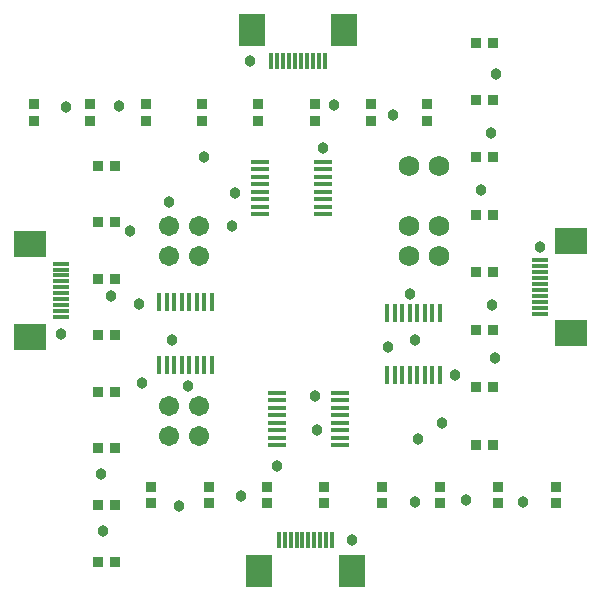
<source format=gts>
G04*
G04 #@! TF.GenerationSoftware,Altium Limited,Altium Designer,19.0.10 (269)*
G04*
G04 Layer_Color=8388736*
%FSLAX43Y43*%
%MOMM*%
G71*
G01*
G75*
%ADD13R,1.600X0.356*%
%ADD20R,0.356X1.600*%
%ADD21R,0.965X0.965*%
%ADD22R,2.703X2.203*%
%ADD23R,1.370X0.400*%
%ADD24R,2.203X2.703*%
%ADD25R,0.400X1.370*%
%ADD26R,0.965X0.965*%
%ADD27C,1.703*%
%ADD28C,1.727*%
%ADD29C,0.965*%
D13*
X21476Y36894D02*
D03*
Y36258D02*
D03*
Y35624D02*
D03*
Y34988D02*
D03*
Y34354D02*
D03*
Y33718D02*
D03*
Y33083D02*
D03*
Y32449D02*
D03*
X26784D02*
D03*
Y33083D02*
D03*
Y33718D02*
D03*
Y34354D02*
D03*
Y34988D02*
D03*
Y35624D02*
D03*
Y36258D02*
D03*
Y36894D02*
D03*
X28204Y12891D02*
D03*
Y13526D02*
D03*
Y14160D02*
D03*
Y14795D02*
D03*
Y15431D02*
D03*
Y16066D02*
D03*
Y16701D02*
D03*
Y17336D02*
D03*
X22896D02*
D03*
Y16701D02*
D03*
Y16066D02*
D03*
Y15431D02*
D03*
Y14795D02*
D03*
Y14160D02*
D03*
Y13526D02*
D03*
Y12891D02*
D03*
D20*
X12891Y19698D02*
D03*
X13526D02*
D03*
X14160D02*
D03*
X14795D02*
D03*
X15431D02*
D03*
X16066D02*
D03*
X16701D02*
D03*
X17336D02*
D03*
Y25006D02*
D03*
X16701D02*
D03*
X16066D02*
D03*
X15431D02*
D03*
X14795D02*
D03*
X14160D02*
D03*
X13526D02*
D03*
X12891D02*
D03*
X36639Y24117D02*
D03*
X36005D02*
D03*
X35369D02*
D03*
X34735D02*
D03*
X34099D02*
D03*
X33465D02*
D03*
X32829D02*
D03*
X32194D02*
D03*
Y18809D02*
D03*
X32829D02*
D03*
X33465D02*
D03*
X34099D02*
D03*
X34735D02*
D03*
X35369D02*
D03*
X36005D02*
D03*
X36639D02*
D03*
D21*
X7747Y36576D02*
D03*
X9144D02*
D03*
X7747Y31786D02*
D03*
X9144D02*
D03*
X7747Y26997D02*
D03*
X9144D02*
D03*
X7747Y22207D02*
D03*
X9144D02*
D03*
X7747Y12627D02*
D03*
X9144D02*
D03*
X7747Y17417D02*
D03*
X9144D02*
D03*
X7747Y7838D02*
D03*
X9144D02*
D03*
X7747Y3048D02*
D03*
X9144D02*
D03*
X41148Y46990D02*
D03*
X39751D02*
D03*
X41148Y42128D02*
D03*
X39751D02*
D03*
X41148Y37265D02*
D03*
X39751D02*
D03*
X41148Y32403D02*
D03*
X39751D02*
D03*
X41148Y27541D02*
D03*
X39751D02*
D03*
X41148Y22679D02*
D03*
X39751D02*
D03*
X41148Y17816D02*
D03*
X39751D02*
D03*
X41148Y12954D02*
D03*
X39751D02*
D03*
D22*
X1996Y22090D02*
D03*
X1986Y29950D02*
D03*
X47752Y30226D02*
D03*
X47762Y22366D02*
D03*
D23*
X4572Y23773D02*
D03*
Y24273D02*
D03*
Y24773D02*
D03*
Y25273D02*
D03*
Y25773D02*
D03*
Y26273D02*
D03*
Y26773D02*
D03*
Y27273D02*
D03*
Y27773D02*
D03*
Y28273D02*
D03*
X45176Y28543D02*
D03*
Y28043D02*
D03*
Y27543D02*
D03*
Y27043D02*
D03*
Y26543D02*
D03*
Y26043D02*
D03*
Y25543D02*
D03*
Y25043D02*
D03*
Y24543D02*
D03*
Y24043D02*
D03*
D24*
X20725Y48042D02*
D03*
X28585Y48052D02*
D03*
X29210Y2286D02*
D03*
X21350Y2276D02*
D03*
D25*
X22408Y45466D02*
D03*
X22908D02*
D03*
X23408D02*
D03*
X23908D02*
D03*
X24408D02*
D03*
X24908D02*
D03*
X25408D02*
D03*
X25908D02*
D03*
X26408D02*
D03*
X26908D02*
D03*
X27527Y4862D02*
D03*
X27027D02*
D03*
X26527D02*
D03*
X26027D02*
D03*
X25527D02*
D03*
X25027D02*
D03*
X24527D02*
D03*
X24027D02*
D03*
X23527D02*
D03*
X23027D02*
D03*
D26*
X2286Y41783D02*
D03*
Y40386D02*
D03*
X7039Y41783D02*
D03*
Y40386D02*
D03*
X11793Y41783D02*
D03*
Y40386D02*
D03*
X16546Y41783D02*
D03*
Y40386D02*
D03*
X21300Y41783D02*
D03*
Y40386D02*
D03*
X26053Y41783D02*
D03*
Y40386D02*
D03*
X30807Y41783D02*
D03*
Y40386D02*
D03*
X35560Y41783D02*
D03*
Y40386D02*
D03*
X46482Y8001D02*
D03*
Y9398D02*
D03*
X41583Y8001D02*
D03*
Y9398D02*
D03*
X36685Y8001D02*
D03*
Y9398D02*
D03*
X31786Y8001D02*
D03*
Y9398D02*
D03*
X26888Y8001D02*
D03*
Y9398D02*
D03*
X21989Y8001D02*
D03*
Y9398D02*
D03*
X17091Y8001D02*
D03*
Y9398D02*
D03*
X12192Y8001D02*
D03*
Y9398D02*
D03*
D27*
X13716Y13716D02*
D03*
Y16256D02*
D03*
Y28956D02*
D03*
Y31496D02*
D03*
X16256D02*
D03*
Y28956D02*
D03*
Y16256D02*
D03*
Y13716D02*
D03*
D28*
X36576Y28956D02*
D03*
X34036D02*
D03*
X36576Y31496D02*
D03*
X34036D02*
D03*
X36576Y36576D02*
D03*
X34036D02*
D03*
D29*
X10414Y31017D02*
D03*
X14570Y7777D02*
D03*
X19812Y8590D02*
D03*
X26098Y17081D02*
D03*
X43688Y8128D02*
D03*
X38862Y8234D02*
D03*
X32294Y21239D02*
D03*
X41025Y39370D02*
D03*
X41402Y44345D02*
D03*
X32702Y40893D02*
D03*
X27686Y41677D02*
D03*
X9533Y41641D02*
D03*
X16673Y37320D02*
D03*
X5051Y41550D02*
D03*
X36830Y14767D02*
D03*
X41075Y24740D02*
D03*
X41350Y20320D02*
D03*
X8823Y25519D02*
D03*
X7941Y10505D02*
D03*
X8128Y5624D02*
D03*
X15331Y17932D02*
D03*
X11430Y18186D02*
D03*
X19304Y34290D02*
D03*
X34099Y25718D02*
D03*
X40132Y34544D02*
D03*
X34544Y8128D02*
D03*
X34798Y13462D02*
D03*
X26289Y14224D02*
D03*
X11176Y24892D02*
D03*
X13970Y21844D02*
D03*
X34544D02*
D03*
X19050Y31496D02*
D03*
X13716Y33528D02*
D03*
X26784Y38100D02*
D03*
X20574Y45466D02*
D03*
X4572Y22352D02*
D03*
X45153Y29718D02*
D03*
X37919Y18869D02*
D03*
X22860Y11176D02*
D03*
X29187Y4862D02*
D03*
M02*

</source>
